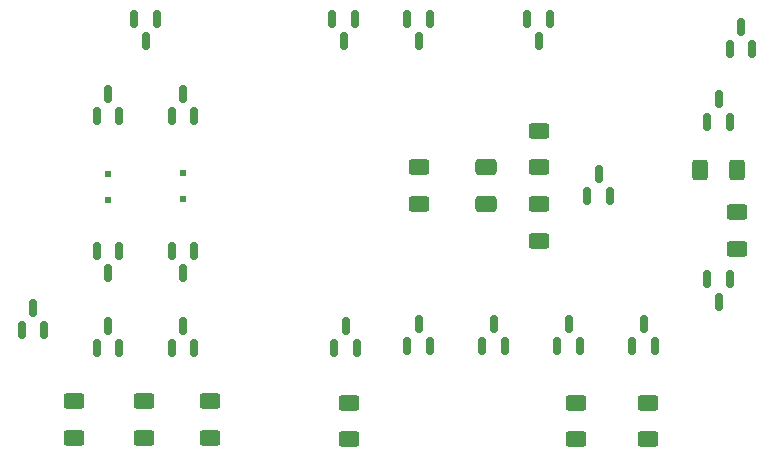
<source format=gtp>
%TF.GenerationSoftware,KiCad,Pcbnew,(6.0.10)*%
%TF.CreationDate,2023-05-18T02:01:34+05:30*%
%TF.ProjectId,EVM_741_signal_routing,45564d5f-3734-4315-9f73-69676e616c5f,rev?*%
%TF.SameCoordinates,Original*%
%TF.FileFunction,Paste,Top*%
%TF.FilePolarity,Positive*%
%FSLAX46Y46*%
G04 Gerber Fmt 4.6, Leading zero omitted, Abs format (unit mm)*
G04 Created by KiCad (PCBNEW (6.0.10)) date 2023-05-18 02:01:34*
%MOMM*%
%LPD*%
G01*
G04 APERTURE LIST*
G04 Aperture macros list*
%AMRoundRect*
0 Rectangle with rounded corners*
0 $1 Rounding radius*
0 $2 $3 $4 $5 $6 $7 $8 $9 X,Y pos of 4 corners*
0 Add a 4 corners polygon primitive as box body*
4,1,4,$2,$3,$4,$5,$6,$7,$8,$9,$2,$3,0*
0 Add four circle primitives for the rounded corners*
1,1,$1+$1,$2,$3*
1,1,$1+$1,$4,$5*
1,1,$1+$1,$6,$7*
1,1,$1+$1,$8,$9*
0 Add four rect primitives between the rounded corners*
20,1,$1+$1,$2,$3,$4,$5,0*
20,1,$1+$1,$4,$5,$6,$7,0*
20,1,$1+$1,$6,$7,$8,$9,0*
20,1,$1+$1,$8,$9,$2,$3,0*%
G04 Aperture macros list end*
%ADD10RoundRect,0.250000X-0.650000X0.412500X-0.650000X-0.412500X0.650000X-0.412500X0.650000X0.412500X0*%
%ADD11R,0.500000X0.500000*%
%ADD12RoundRect,0.150000X0.150000X-0.587500X0.150000X0.587500X-0.150000X0.587500X-0.150000X-0.587500X0*%
%ADD13RoundRect,0.150000X-0.150000X0.587500X-0.150000X-0.587500X0.150000X-0.587500X0.150000X0.587500X0*%
%ADD14RoundRect,0.250000X-0.625000X0.400000X-0.625000X-0.400000X0.625000X-0.400000X0.625000X0.400000X0*%
%ADD15RoundRect,0.250000X-0.400000X-0.625000X0.400000X-0.625000X0.400000X0.625000X-0.400000X0.625000X0*%
G04 APERTURE END LIST*
D10*
%TO.C,C1*%
X84455000Y-57570000D03*
X84455000Y-60695000D03*
%TD*%
D11*
%TO.C,D2*%
X58807500Y-60297500D03*
X58807500Y-58097500D03*
%TD*%
D12*
%TO.C,Q17*%
X96840000Y-72770000D03*
X98740000Y-72770000D03*
X97790000Y-70895000D03*
%TD*%
%TO.C,Q22*%
X84140000Y-72770000D03*
X86040000Y-72770000D03*
X85090000Y-70895000D03*
%TD*%
%TO.C,Q11*%
X77790000Y-72770000D03*
X79690000Y-72770000D03*
X78740000Y-70895000D03*
%TD*%
%TO.C,Q7*%
X45157500Y-71422500D03*
X47057500Y-71422500D03*
X46107500Y-69547500D03*
%TD*%
D13*
%TO.C,Q13*%
X89850000Y-45070000D03*
X87950000Y-45070000D03*
X88900000Y-46945000D03*
%TD*%
D12*
%TO.C,Q1*%
X51507500Y-53250000D03*
X53407500Y-53250000D03*
X52457500Y-51375000D03*
%TD*%
%TO.C,Q18*%
X93030000Y-60070000D03*
X94930000Y-60070000D03*
X93980000Y-58195000D03*
%TD*%
D14*
%TO.C,R5*%
X78740000Y-57582500D03*
X78740000Y-60682500D03*
%TD*%
%TO.C,R7*%
X88900000Y-54499564D03*
X88900000Y-57599564D03*
%TD*%
%TO.C,R8*%
X88900000Y-60757500D03*
X88900000Y-63857500D03*
%TD*%
%TO.C,R10*%
X105715000Y-61407500D03*
X105715000Y-64507500D03*
%TD*%
%TO.C,R1*%
X49587500Y-77432500D03*
X49587500Y-80532500D03*
%TD*%
D12*
%TO.C,Q14*%
X105095000Y-47595000D03*
X106995000Y-47595000D03*
X106045000Y-45720000D03*
%TD*%
%TO.C,Q5*%
X51507500Y-72935000D03*
X53407500Y-72935000D03*
X52457500Y-71060000D03*
%TD*%
D14*
%TO.C,R2*%
X61042500Y-77432500D03*
X61042500Y-80532500D03*
%TD*%
D13*
%TO.C,Q4*%
X59757500Y-64710000D03*
X57857500Y-64710000D03*
X58807500Y-66585000D03*
%TD*%
D14*
%TO.C,R12*%
X92075000Y-77547500D03*
X92075000Y-80647500D03*
%TD*%
D13*
%TO.C,Q20*%
X105090000Y-67100000D03*
X103190000Y-67100000D03*
X104140000Y-68975000D03*
%TD*%
D12*
%TO.C,Q10*%
X71602500Y-72935000D03*
X73502500Y-72935000D03*
X72552500Y-71060000D03*
%TD*%
%TO.C,Q15*%
X103190000Y-53735000D03*
X105090000Y-53735000D03*
X104140000Y-51860000D03*
%TD*%
D11*
%TO.C,D1*%
X52457500Y-60397500D03*
X52457500Y-58197500D03*
%TD*%
D12*
%TO.C,Q6*%
X57857500Y-72935000D03*
X59757500Y-72935000D03*
X58807500Y-71060000D03*
%TD*%
D13*
%TO.C,Q8*%
X56582500Y-45070000D03*
X54682500Y-45070000D03*
X55632500Y-46945000D03*
%TD*%
%TO.C,Q3*%
X53407500Y-64710000D03*
X51507500Y-64710000D03*
X52457500Y-66585000D03*
%TD*%
%TO.C,Q12*%
X79690000Y-45070000D03*
X77790000Y-45070000D03*
X78740000Y-46945000D03*
%TD*%
D14*
%TO.C,R4*%
X72860000Y-77547500D03*
X72860000Y-80647500D03*
%TD*%
D12*
%TO.C,Q2*%
X57857500Y-53250000D03*
X59757500Y-53250000D03*
X58807500Y-51375000D03*
%TD*%
D13*
%TO.C,Q9*%
X73340000Y-45070000D03*
X71440000Y-45070000D03*
X72390000Y-46945000D03*
%TD*%
D14*
%TO.C,R11*%
X98120000Y-77547500D03*
X98120000Y-80647500D03*
%TD*%
D15*
%TO.C,R9*%
X102590000Y-57877500D03*
X105690000Y-57877500D03*
%TD*%
D14*
%TO.C,R3*%
X55467500Y-77432500D03*
X55467500Y-80532500D03*
%TD*%
D12*
%TO.C,Q16*%
X90490000Y-72770000D03*
X92390000Y-72770000D03*
X91440000Y-70895000D03*
%TD*%
M02*

</source>
